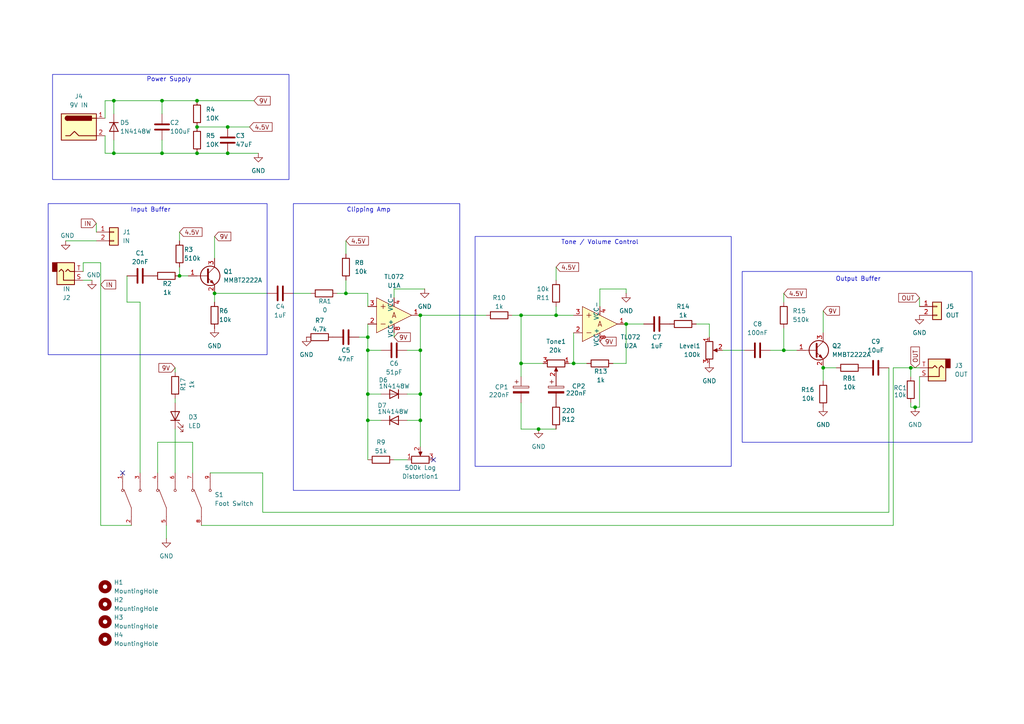
<source format=kicad_sch>
(kicad_sch (version 20250114) (generator "eeschema") (generator_version "9.0")
  (paper "A4")
  (lib_symbols
    (symbol "(3PDT) Footswitch:FS57003PLT2B2M2QE" (pin_names (offset 1.016))
      (property "Reference" "S" (at -2.54 15.24 0))
      (property "Value" "FS57003PLT2B2M2QE" (at -2.54 -15.24 0))
      (symbol "FS57003PLT2B2M2QE_0_0"
        (polyline (pts (xy -2.54 10.16) (xy -5.08 10.16)) (stroke (width 0.1524)))
        (polyline (pts (xy -2.54 10.16) (xy 2.794 12.2936)) (stroke (width 0.1524)))
        (polyline (pts (xy -2.54 0) (xy -5.08 0)) (stroke (width 0.1524)))
        (polyline (pts (xy -2.54 0) (xy 2.794 2.1336)) (stroke (width 0.1524)))
        (polyline (pts (xy -2.54 -10.16) (xy -5.08 -10.16)) (stroke (width 0.1524)))
        (polyline (pts (xy -2.54 -10.16) (xy 2.794 -8.0264)) (stroke (width 0.1524)))
        (circle (center 2.54 12.7) (radius 0.3302) (stroke (width 0.1524)))
        (circle (center 2.54 7.62) (radius 0.3302) (stroke (width 0.1524)))
        (circle (center 2.54 2.54) (radius 0.3302) (stroke (width 0.1524)))
        (circle (center 2.54 -2.54) (radius 0.3302) (stroke (width 0.1524)))
        (circle (center 2.54 -7.62) (radius 0.3302) (stroke (width 0.1524)))
        (circle (center 2.54 -12.7) (radius 0.3302) (stroke (width 0.1524)))
        (polyline (pts (xy 5.08 12.7) (xy 2.921 12.7)) (stroke (width 0.1524)))
        (polyline (pts (xy 5.08 7.62) (xy 2.921 7.62)) (stroke (width 0.1524)))
        (polyline (pts (xy 5.08 2.54) (xy 2.921 2.54)) (stroke (width 0.1524)))
        (polyline (pts (xy 5.08 -2.54) (xy 2.921 -2.54)) (stroke (width 0.1524)))
        (polyline (pts (xy 5.08 -7.62) (xy 2.921 -7.62)) (stroke (width 0.1524)))
        (polyline (pts (xy 5.08 -12.7) (xy 2.921 -12.7)) (stroke (width 0.1524)))
        (pin passive line (at -7.62 10.16 0) (length 2.54) (name "~") (number "2"))
        (pin passive line (at -7.62 0 0) (length 2.54) (name "~") (number "5"))
        (pin passive line (at -7.62 -10.16 0) (length 2.54) (name "~") (number "8"))
        (pin passive line (at 7.62 12.7 180) (length 2.54) (name "~") (number "1"))
        (pin passive line (at 7.62 7.62 180) (length 2.54) (name "~") (number "3"))
        (pin passive line (at 7.62 2.54 180) (length 2.54) (name "~") (number "4"))
        (pin passive line (at 7.62 -2.54 180) (length 2.54) (name "~") (number "6"))
        (pin passive line (at 7.62 -7.62 180) (length 2.54) (name "~") (number "7"))
        (pin passive line (at 7.62 -12.7 180) (length 2.54) (name "~") (number "9"))
      )
    )
    (symbol "Connector:Barrel_Jack" (pin_names (offset 1.016))
      (property "Reference" "J" (at 0 5.334 0))
      (property "Value" "Barrel_Jack" (at 0 -5.08 0))
      (symbol "Barrel_Jack_0_1"
        (rectangle (start -5.08 3.81) (end 5.08 -3.81) (stroke (width 0.254)) (fill (type background)))
        (polyline (pts (xy -3.81 -2.54) (xy -2.54 -2.54) (xy -1.27 -1.27) (xy 0 -2.54) (xy 2.54 -2.54) (xy 5.08 -2.54)) (stroke (width 0.254)))
        (arc (start -3.302 1.905) (mid -3.9343 2.54) (end -3.302 3.175) (stroke (width 0.254)))
        (arc (start -3.302 1.905) (mid -3.9343 2.54) (end -3.302 3.175) (stroke (width 0.254)) (fill (type outline)))
        (rectangle (start 3.683 3.175) (end -3.302 1.905) (stroke (width 0.254)) (fill (type outline)))
        (polyline (pts (xy 5.08 2.54) (xy 3.81 2.54)) (stroke (width 0.254)))
      )
      (symbol "Barrel_Jack_1_1"
        (pin passive line (at 7.62 2.54 180) (length 2.54) (name "~") (number "1"))
        (pin passive line (at 7.62 -2.54 180) (length 2.54) (name "~") (number "2"))
      )
    )
    (symbol "Connector_Audio:AudioJack2"
      (property "Reference" "J" (at 0 8.89 0))
      (property "Value" "AudioJack2" (at 0 6.35 0))
      (symbol "AudioJack2_0_1"
        (rectangle (start -3.81 0) (end -2.54 -2.54) (stroke (width 0.254)) (fill (type outline)))
        (rectangle (start -2.54 3.81) (end 2.54 -2.54) (stroke (width 0.254)) (fill (type background)))
        (polyline (pts (xy 0 0) (xy 0.635 -0.635) (xy 1.27 0) (xy 2.54 0)) (stroke (width 0.254)))
        (polyline (pts (xy 2.54 2.54) (xy -0.635 2.54) (xy -0.635 0) (xy -1.27 -0.635) (xy -1.905 0)) (stroke (width 0.254)))
      )
      (symbol "AudioJack2_1_1"
        (pin passive line (at 5.08 2.54 180) (length 2.54) (name "~") (number "S"))
        (pin passive line (at 5.08 0 180) (length 2.54) (name "~") (number "T"))
      )
    )
    (symbol "Connector_Audio:NJ2FD-V"
      (property "Reference" "J" (at 0 8.89 0))
      (property "Value" "NJ2FD-V" (at 0 6.35 0))
      (symbol "NJ2FD-V_0_1"
        (rectangle (start -3.81 0) (end -2.54 -2.54) (stroke (width 0.254)) (fill (type outline)))
        (rectangle (start -2.54 3.81) (end 2.54 -2.54) (stroke (width 0.254)) (fill (type background)))
        (polyline (pts (xy 0 0) (xy 0.635 -0.635) (xy 1.27 0) (xy 2.54 0)) (stroke (width 0.254)))
        (polyline (pts (xy 2.54 2.54) (xy -0.635 2.54) (xy -0.635 0) (xy -1.27 -0.635) (xy -1.905 0)) (stroke (width 0.254)))
      )
      (symbol "NJ2FD-V_1_1"
        (pin passive line (at 5.08 2.54 180) (length 2.54) (name "~") (number "S"))
        (pin passive line (at 5.08 0 180) (length 2.54) (name "~") (number "T"))
      )
    )
    (symbol "Connector_Generic:Conn_01x02" (pin_names (offset 1.016) (hide yes))
      (property "Reference" "J" (at 0 2.54 0))
      (property "Value" "Conn_01x02" (at 0 -5.08 0))
      (symbol "Conn_01x02_1_1"
        (rectangle (start -1.27 1.27) (end 1.27 -3.81) (stroke (width 0.254)) (fill (type background)))
        (rectangle (start -1.27 0.127) (end 0 -0.127) (stroke (width 0.1524)))
        (rectangle (start -1.27 -2.413) (end 0 -2.667) (stroke (width 0.1524)))
        (pin passive line (at -5.08 0 0) (length 3.81) (name "Pin_1") (number "1"))
        (pin passive line (at -5.08 -2.54 0) (length 3.81) (name "Pin_2") (number "2"))
      )
    )
    (symbol "Device:C" (pin_numbers (hide yes)) (pin_names (offset 0.254))
      (property "Reference" "C" (at 0.635 2.54 0))
      (property "Value" "C" (at 0.635 -2.54 0))
      (symbol "C_0_1"
        (polyline (pts (xy -2.032 0.762) (xy 2.032 0.762)) (stroke (width 0.508)))
        (polyline (pts (xy -2.032 -0.762) (xy 2.032 -0.762)) (stroke (width 0.508)))
      )
      (symbol "C_1_1"
        (pin passive line (at 0 3.81 270) (length 2.794) (name "~") (number "1"))
        (pin passive line (at 0 -3.81 90) (length 2.794) (name "~") (number "2"))
      )
    )
    (symbol "Device:C_Polarized" (pin_numbers (hide yes)) (pin_names (offset 0.254))
      (property "Reference" "C" (at 0.635 2.54 0))
      (property "Value" "C_Polarized" (at 0.635 -2.54 0))
      (symbol "C_Polarized_0_1"
        (rectangle (start -2.286 0.508) (end 2.286 1.016))
        (polyline (pts (xy -1.778 2.286) (xy -0.762 2.286)))
        (polyline (pts (xy -1.27 2.794) (xy -1.27 1.778)))
        (rectangle (start 2.286 -0.508) (end -2.286 -1.016) (fill (type outline)))
      )
      (symbol "C_Polarized_1_1"
        (pin passive line (at 0 3.81 270) (length 2.794) (name "~") (number "1"))
        (pin passive line (at 0 -3.81 90) (length 2.794) (name "~") (number "2"))
      )
    )
    (symbol "Device:LED" (pin_numbers (hide yes)) (pin_names (offset 1.016) (hide yes))
      (property "Reference" "D" (at 0 2.54 0))
      (property "Value" "LED" (at 0 -2.54 0))
      (symbol "LED_0_1"
        (polyline (pts (xy -3.048 -0.762) (xy -4.572 -2.286) (xy -3.81 -2.286) (xy -4.572 -2.286) (xy -4.572 -1.524)))
        (polyline (pts (xy -1.778 -0.762) (xy -3.302 -2.286) (xy -2.54 -2.286) (xy -3.302 -2.286) (xy -3.302 -1.524)))
        (polyline (pts (xy -1.27 0) (xy 1.27 0)))
        (polyline (pts (xy -1.27 -1.27) (xy -1.27 1.27)) (stroke (width 0.254)))
        (polyline (pts (xy 1.27 -1.27) (xy 1.27 1.27) (xy -1.27 0) (xy 1.27 -1.27)) (stroke (width 0.254)))
      )
      (symbol "LED_1_1"
        (pin passive line (at -3.81 0 0) (length 2.54) (name "K") (number "1"))
        (pin passive line (at 3.81 0 180) (length 2.54) (name "A") (number "2"))
      )
    )
    (symbol "Device:R" (pin_numbers (hide yes)) (pin_names (offset 0))
      (property "Reference" "R" (at 2.032 0 90))
      (property "Value" "R" (at 0 0 90))
      (symbol "R_0_1"
        (rectangle (start -1.016 -2.54) (end 1.016 2.54) (stroke (width 0.254)))
      )
      (symbol "R_1_1"
        (pin passive line (at 0 3.81 270) (length 1.27) (name "~") (number "1"))
        (pin passive line (at 0 -3.81 90) (length 1.27) (name "~") (number "2"))
      )
    )
    (symbol "Device:R_Potentiometer" (pin_names (offset 1.016) (hide yes))
      (property "Reference" "RV" (at -4.445 0 90))
      (property "Value" "R_Potentiometer" (at -2.54 0 90))
      (symbol "R_Potentiometer_0_1"
        (rectangle (start 1.016 2.54) (end -1.016 -2.54) (stroke (width 0.254)))
        (polyline (pts (xy 1.143 0) (xy 2.286 0.508) (xy 2.286 -0.508) (xy 1.143 0)) (fill (type outline)))
        (polyline (pts (xy 2.54 0) (xy 1.524 0)))
      )
      (symbol "R_Potentiometer_1_1"
        (pin passive line (at 0 3.81 270) (length 1.27) (name "1") (number "1"))
        (pin passive line (at 0 -3.81 90) (length 1.27) (name "3") (number "3"))
        (pin passive line (at 3.81 0 180) (length 1.27) (name "2") (number "2"))
      )
    )
    (symbol "Diode:1N4148W" (pin_numbers (hide yes)) (pin_names (hide yes))
      (property "Reference" "D" (at 0 2.54 0))
      (property "Value" "1N4148W" (at 0 -2.54 0))
      (symbol "1N4148W_0_1"
        (polyline (pts (xy -1.27 1.27) (xy -1.27 -1.27)) (stroke (width 0.254)))
        (polyline (pts (xy 1.27 1.27) (xy 1.27 -1.27) (xy -1.27 0) (xy 1.27 1.27)) (stroke (width 0.254)))
        (polyline (pts (xy 1.27 0) (xy -1.27 0)))
      )
      (symbol "1N4148W_1_1"
        (pin passive line (at -3.81 0 0) (length 2.54) (name "K") (number "1"))
        (pin passive line (at 3.81 0 180) (length 2.54) (name "A") (number "2"))
      )
    )
    (symbol "Mechanical:MountingHole" (pin_names (offset 1.016)) (in_bom no)
      (property "Reference" "H" (at 0 5.08 0))
      (property "Value" "MountingHole" (at 0 3.175 0))
      (symbol "MountingHole_0_1"
        (circle (center 0 0) (radius 1.27) (stroke (width 1.27)))
      )
    )
    (symbol "Transistor_BJT:MMBT2222A" (pin_names (offset 0) (hide yes))
      (property "Reference" "Q" (at 5.08 1.905 0))
      (property "Value" "MMBT2222A" (at 5.08 0 0))
      (symbol "MMBT2222A_0_1"
        (polyline (pts (xy -2.54 0) (xy 0.635 0)))
        (polyline (pts (xy 0.635 1.905) (xy 0.635 -1.905)) (stroke (width 0.508)))
        (circle (center 1.27 0) (radius 2.8194) (stroke (width 0.254)))
      )
      (symbol "MMBT2222A_1_1"
        (polyline (pts (xy 0.635 0.635) (xy 2.54 2.54)))
        (polyline (pts (xy 0.635 -0.635) (xy 2.54 -2.54)))
        (polyline (pts (xy 1.27 -1.778) (xy 1.778 -1.27) (xy 2.286 -2.286) (xy 1.27 -1.778)) (fill (type outline)))
        (pin input line (at -5.08 0 0) (length 2.54) (name "B") (number "1"))
        (pin passive line (at 2.54 5.08 270) (length 2.54) (name "C") (number "3"))
        (pin passive line (at 2.54 -5.08 90) (length 2.54) (name "E") (number "2"))
      )
    )
    (symbol "dk_Linear-Amplifiers-Instrumentation-OP-Amps-Buffer-Amps:TL072CP" (pin_names (offset 0))
      (property "Reference" "U" (at -5.08 7.62 0))
      (property "Value" "TL072CP" (at 2.54 -5.08 0))
      (symbol "TL072CP_0_0"
        (polyline (pts (xy -5.08 5.08) (xy -5.08 -5.08) (xy 5.08 0) (xy -5.08 5.08)) (fill (type background)))
        (polyline (pts (xy -3.81 2.54) (xy -2.54 2.54)))
        (polyline (pts (xy -3.81 -2.54) (xy -2.54 -2.54)))
        (polyline (pts (xy -3.175 -1.905) (xy -3.175 -3.175)))
      )
      (symbol "TL072CP_1_0"
        (text "A" (at 0 0 0) (effects (font (size 1.524 1.524))))
      )
      (symbol "TL072CP_1_1"
        (pin input line (at -7.62 2.54 0) (length 2.54) (name "~") (number "2"))
        (pin input line (at -7.62 -2.54 0) (length 2.54) (name "~") (number "3"))
        (pin power_in line (at 0 5.08 270) (length 2.54) (name "VCC+") (number "8"))
        (pin power_in line (at 0 -5.08 90) (length 2.54) (name "VCC-") (number "4"))
        (pin output line (at 7.62 0 180) (length 2.54) (name "~") (number "1"))
      )
      (symbol "TL072CP_2_0"
        (text "B" (at 0 0 0) (effects (font (size 1.524 1.524))))
      )
      (symbol "TL072CP_2_1"
        (pin input line (at -7.62 2.54 0) (length 2.54) (name "~") (number "6"))
        (pin input line (at -7.62 -2.54 0) (length 2.54) (name "~") (number "5"))
        (pin power_in line (at 0 5.08 270) (length 2.54) (name "VCC+") (number "8"))
        (pin power_in line (at 0 -5.08 90) (length 2.54) (name "VCC-") (number "4"))
        (pin output line (at 7.62 0 180) (length 2.54) (name "~") (number "7"))
      )
    )
    (symbol "power:GND" (power) (pin_numbers (hide yes)) (pin_names (offset 0) (hide yes))
      (property "Value" "GND" (at 0 -3.81 0))
      (symbol "GND_0_1"
        (polyline (pts (xy 0 0) (xy 0 -1.27) (xy 1.27 -1.27) (xy 0 -2.54) (xy -1.27 -1.27) (xy 0 -1.27)))
      )
      (symbol "GND_1_1"
        (pin power_in line (at 0 0 270) (length 0) (name "~") (number "1"))
      )
    )
  )
  (rectangle (start 13.97 59.055) (end 77.47 102.87))
  (rectangle (start 85.09 59.055) (end 133.35 142.24))
  (rectangle (start 215.265 78.74) (end 281.94 128.27))
  (rectangle (start 15.24 21.59) (end 83.82 52.07))
  (rectangle (start 137.795 68.58) (end 212.09 135.255))
  (text "Clipping Amp" (at 106.934 60.96 0) (effects (font (size 1.27 1.27))))
  (text "Output Buffer" (at 248.92 81.026 0) (effects (font (size 1.27 1.27))))
  (text "Tone / Volume Control" (at 173.99 70.358 0) (effects (font (size 1.27 1.27))))
  (text "Input Buffer" (at 43.688 60.96 0) (effects (font (size 1.27 1.27))))
  (text "Power Supply" (at 49.022 23.114 0) (effects (font (size 1.27 1.27))))
  (junction (at 161.29 91.44))
  (junction (at 57.15 29.21))
  (junction (at 121.92 91.44))
  (junction (at 121.92 114.3))
  (junction (at 181.61 93.98))
  (junction (at 264.16 106.68))
  (junction (at 106.68 97.79))
  (junction (at 100.33 85.09))
  (junction (at 156.21 124.46))
  (junction (at 52.07 80.01))
  (junction (at 57.15 36.83))
  (junction (at 121.92 121.92))
  (junction (at 106.68 121.92))
  (junction (at 66.04 36.83))
  (junction (at 57.15 44.45))
  (junction (at 33.02 29.21))
  (junction (at 121.92 101.6))
  (junction (at 106.68 101.6))
  (junction (at 166.37 105.41))
  (junction (at 151.13 105.41))
  (junction (at 46.99 44.45))
  (junction (at 62.23 85.09))
  (junction (at 227.33 101.6))
  (junction (at 33.02 44.45))
  (junction (at 265.43 118.11))
  (junction (at 151.13 91.44))
  (junction (at 66.04 44.45))
  (junction (at 238.76 106.68))
  (junction (at 46.99 29.21))
  (junction (at 106.68 114.3))
  (no_connect (at 35.56 137.16))
  (no_connect (at 125.73 133.35))
  (wire (pts (xy 46.99 29.21) (xy 57.15 29.21)))
  (wire (pts (xy 30.48 44.45) (xy 33.02 44.45)))
  (wire (pts (xy 33.02 29.21) (xy 33.02 33.02)))
  (wire (pts (xy 62.23 85.09) (xy 77.47 85.09)))
  (wire (pts (xy 48.26 152.4) (xy 48.26 156.21)))
  (wire (pts (xy 209.55 101.6) (xy 215.9 101.6)))
  (wire (pts (xy 265.43 118.11) (xy 264.16 118.11)))
  (wire (pts (xy 259.08 106.68) (xy 264.16 106.68)))
  (wire (pts (xy 66.04 36.83) (xy 72.39 36.83)))
  (wire (pts (xy 110.49 121.92) (xy 106.68 121.92)))
  (wire (pts (xy 54.61 80.01) (xy 52.07 80.01)))
  (wire (pts (xy 148.59 91.44) (xy 151.13 91.44)))
  (wire (pts (xy 151.13 116.84) (xy 151.13 124.46)))
  (wire (pts (xy 40.64 87.63) (xy 36.83 87.63)))
  (wire (pts (xy 46.99 29.21) (xy 46.99 33.02)))
  (wire (pts (xy 19.05 69.85) (xy 27.94 69.85)))
  (wire (pts (xy 123.19 83.82) (xy 114.3 83.82)))
  (wire (pts (xy 62.23 85.09) (xy 62.23 87.63)))
  (wire (pts (xy 106.68 93.98) (xy 106.68 97.79)))
  (wire (pts (xy 118.11 121.92) (xy 121.92 121.92)))
  (wire (pts (xy 106.68 114.3) (xy 106.68 101.6)))
  (wire (pts (xy 52.07 77.47) (xy 52.07 80.01)))
  (wire (pts (xy 157.48 105.41) (xy 151.13 105.41)))
  (wire (pts (xy 30.48 29.21) (xy 33.02 29.21)))
  (wire (pts (xy 106.68 121.92) (xy 106.68 114.3)))
  (wire (pts (xy 33.02 40.64) (xy 33.02 44.45)))
  (wire (pts (xy 227.33 101.6) (xy 231.14 101.6)))
  (wire (pts (xy 114.3 97.79) (xy 114.3 96.52)))
  (wire (pts (xy 227.33 85.09) (xy 227.33 87.63)))
  (wire (pts (xy 30.48 29.21) (xy 30.48 34.29)))
  (wire (pts (xy 205.74 93.98) (xy 201.93 93.98)))
  (wire (pts (xy 36.83 80.01) (xy 36.83 87.63)))
  (wire (pts (xy 114.3 133.35) (xy 118.11 133.35)))
  (wire (pts (xy 266.7 86.36) (xy 266.7 88.9)))
  (wire (pts (xy 27.94 64.77) (xy 27.94 67.31)))
  (wire (pts (xy 173.99 83.82) (xy 181.61 83.82)))
  (wire (pts (xy 205.74 97.79) (xy 205.74 93.98)))
  (wire (pts (xy 166.37 105.41) (xy 170.18 105.41)))
  (wire (pts (xy 118.11 101.6) (xy 121.92 101.6)))
  (wire (pts (xy 264.16 109.22) (xy 264.16 106.68)))
  (wire (pts (xy 85.09 85.09) (xy 90.17 85.09)))
  (wire (pts (xy 52.07 67.31) (xy 52.07 69.85)))
  (wire (pts (xy 57.15 36.83) (xy 66.04 36.83)))
  (wire (pts (xy 238.76 106.68) (xy 242.57 106.68)))
  (wire (pts (xy 161.29 88.9) (xy 161.29 91.44)))
  (wire (pts (xy 106.68 101.6) (xy 106.68 97.79)))
  (wire (pts (xy 118.11 114.3) (xy 121.92 114.3)))
  (wire (pts (xy 264.16 106.68) (xy 266.7 106.68)))
  (wire (pts (xy 238.76 90.17) (xy 238.76 96.52)))
  (wire (pts (xy 45.72 128.27) (xy 55.88 128.27)))
  (wire (pts (xy 30.48 39.37) (xy 30.48 44.45)))
  (wire (pts (xy 177.8 105.41) (xy 181.61 105.41)))
  (wire (pts (xy 60.96 137.16) (xy 76.2 137.16)))
  (wire (pts (xy 121.92 91.44) (xy 140.97 91.44)))
  (wire (pts (xy 181.61 93.98) (xy 186.69 93.98)))
  (wire (pts (xy 151.13 105.41) (xy 151.13 91.44)))
  (wire (pts (xy 40.64 137.16) (xy 40.64 87.63)))
  (wire (pts (xy 100.33 69.85) (xy 100.33 73.66)))
  (wire (pts (xy 24.13 76.2) (xy 29.21 76.2)))
  (wire (pts (xy 100.33 85.09) (xy 106.68 85.09)))
  (wire (pts (xy 50.8 115.57) (xy 50.8 116.84)))
  (wire (pts (xy 110.49 114.3) (xy 106.68 114.3)))
  (wire (pts (xy 156.21 124.46) (xy 161.29 124.46)))
  (wire (pts (xy 46.99 44.45) (xy 57.15 44.45)))
  (wire (pts (xy 29.21 76.2) (xy 29.21 152.4)))
  (wire (pts (xy 257.81 148.59) (xy 76.2 148.59)))
  (wire (pts (xy 266.7 118.11) (xy 265.43 118.11)))
  (wire (pts (xy 266.7 109.22) (xy 266.7 118.11)))
  (wire (pts (xy 57.15 44.45) (xy 66.04 44.45)))
  (wire (pts (xy 58.42 152.4) (xy 259.08 152.4)))
  (wire (pts (xy 257.81 106.68) (xy 257.81 148.59)))
  (wire (pts (xy 238.76 110.49) (xy 238.76 106.68)))
  (wire (pts (xy 33.02 29.21) (xy 46.99 29.21)))
  (wire (pts (xy 161.29 91.44) (xy 166.37 91.44)))
  (wire (pts (xy 181.61 105.41) (xy 181.61 93.98)))
  (wire (pts (xy 50.8 106.68) (xy 50.8 107.95)))
  (wire (pts (xy 29.21 152.4) (xy 38.1 152.4)))
  (wire (pts (xy 57.15 29.21) (xy 73.66 29.21)))
  (wire (pts (xy 151.13 109.22) (xy 151.13 105.41)))
  (wire (pts (xy 46.99 40.64) (xy 46.99 44.45)))
  (wire (pts (xy 106.68 121.92) (xy 106.68 133.35)))
  (wire (pts (xy 121.92 101.6) (xy 121.92 91.44)))
  (wire (pts (xy 264.16 118.11) (xy 264.16 116.84)))
  (wire (pts (xy 173.99 88.9) (xy 173.99 83.82)))
  (wire (pts (xy 259.08 106.68) (xy 259.08 152.4)))
  (wire (pts (xy 227.33 95.25) (xy 227.33 101.6)))
  (wire (pts (xy 166.37 96.52) (xy 166.37 105.41)))
  (wire (pts (xy 66.04 44.45) (xy 74.93 44.45)))
  (wire (pts (xy 181.61 83.82) (xy 181.61 85.09)))
  (wire (pts (xy 33.02 44.45) (xy 46.99 44.45)))
  (wire (pts (xy 110.49 101.6) (xy 106.68 101.6)))
  (wire (pts (xy 121.92 114.3) (xy 121.92 101.6)))
  (wire (pts (xy 121.92 121.92) (xy 121.92 129.54)))
  (wire (pts (xy 50.8 124.46) (xy 50.8 137.16)))
  (wire (pts (xy 151.13 124.46) (xy 156.21 124.46)))
  (wire (pts (xy 100.33 81.28) (xy 100.33 85.09)))
  (wire (pts (xy 76.2 148.59) (xy 76.2 137.16)))
  (wire (pts (xy 24.13 81.28) (xy 26.67 81.28)))
  (wire (pts (xy 165.1 105.41) (xy 166.37 105.41)))
  (wire (pts (xy 55.88 128.27) (xy 55.88 137.16)))
  (wire (pts (xy 106.68 97.79) (xy 104.14 97.79)))
  (wire (pts (xy 121.92 121.92) (xy 121.92 114.3)))
  (wire (pts (xy 62.23 68.58) (xy 62.23 74.93)))
  (wire (pts (xy 45.72 137.16) (xy 45.72 128.27)))
  (wire (pts (xy 97.79 85.09) (xy 100.33 85.09)))
  (wire (pts (xy 24.13 78.74) (xy 24.13 76.2)))
  (wire (pts (xy 114.3 83.82) (xy 114.3 86.36)))
  (wire (pts (xy 161.29 77.47) (xy 161.29 81.28)))
  (wire (pts (xy 151.13 91.44) (xy 161.29 91.44)))
  (wire (pts (xy 223.52 101.6) (xy 227.33 101.6)))
  (wire (pts (xy 106.68 85.09) (xy 106.68 88.9)))
  (global_label "OUT" (shape input) (at 265.43 106.68 90) (property "Intersheetrefs" "${INTERSHEET_REFS}" (effects (hide yes))))
  (global_label "IN" (shape input) (at 27.94 64.77 180) (property "Intersheetrefs" "${INTERSHEET_REFS}" (effects (hide yes))))
  (global_label "OUT" (shape input) (at 266.7 86.36 180) (property "Intersheetrefs" "${INTERSHEET_REFS}" (effects (hide yes))))
  (global_label "9V" (shape input) (at 73.66 29.21 0) (property "Intersheetrefs" "${INTERSHEET_REFS}" (effects (hide yes))))
  (global_label "4.5V" (shape input) (at 100.33 69.85 0) (property "Intersheetrefs" "${INTERSHEET_REFS}" (effects (hide yes))))
  (global_label "4.5V" (shape input) (at 227.33 85.09 0) (property "Intersheetrefs" "${INTERSHEET_REFS}" (effects (hide yes))))
  (global_label "9V" (shape input) (at 173.99 99.06 0) (property "Intersheetrefs" "${INTERSHEET_REFS}" (effects (hide yes))))
  (global_label "9V" (shape input) (at 114.3 97.79 0) (property "Intersheetrefs" "${INTERSHEET_REFS}" (effects (hide yes))))
  (global_label "IN" (shape input) (at 29.21 82.55 0) (property "Intersheetrefs" "${INTERSHEET_REFS}" (effects (hide yes))))
  (global_label "9V" (shape input) (at 238.76 90.17 0) (property "Intersheetrefs" "${INTERSHEET_REFS}" (effects (hide yes))))
  (global_label "4.5V" (shape input) (at 52.07 67.31 0) (property "Intersheetrefs" "${INTERSHEET_REFS}" (effects (hide yes))))
  (global_label "4.5V" (shape input) (at 72.39 36.83 0) (property "Intersheetrefs" "${INTERSHEET_REFS}" (effects (hide yes))))
  (global_label "9V" (shape input) (at 62.23 68.58 0) (property "Intersheetrefs" "${INTERSHEET_REFS}" (effects (hide yes))))
  (global_label "9V" (shape input) (at 50.8 106.68 180) (property "Intersheetrefs" "${INTERSHEET_REFS}" (effects (hide yes))))
  (global_label "4.5V" (shape input) (at 161.29 77.47 0) (property "Intersheetrefs" "${INTERSHEET_REFS}" (effects (hide yes))))
  (symbol (lib_id "Device:R") (at 110.49 133.35 90) (unit 1)
    (property "Reference" "R9" (at 110.49 128.27 90))
    (property "Value" "51k" (at 110.49 130.81 90))
    (property "Footprint" "Resistor_SMD:R_0603_1608Metric" (effects (hide yes)))
    (property "Description" "Resistor" (effects (hide yes)))
  )
  (symbol (lib_id "Device:R") (at 246.38 106.68 270) (mirror x) (unit 1)
    (property "Reference" "RB1" (at 246.38 109.728 90))
    (property "Value" "10k" (at 246.38 112.268 90))
    (property "Footprint" "Resistor_SMD:R_0603_1608Metric" (effects (hide yes)))
    (property "Description" "Resistor" (effects (hide yes)))
  )
  (symbol (lib_id "Connector:Barrel_Jack") (at 22.86 36.83 0) (unit 1)
    (property "Reference" "J4" (at 22.86 27.94 0))
    (property "Value" "9V IN" (at 22.86 30.48 0))
    (property "Footprint" "Connector_BarrelJack:BarrelJack_CUI_PJ-063AH_Horizontal" (effects (hide yes)))
    (property "Description" "DC Barrel Jack" (effects (hide yes)))
  )
  (symbol (lib_id "Connector_Generic:Conn_01x02") (at 33.02 67.31 0) (unit 1)
    (property "Reference" "J1" (at 35.56 67.3099 0) (effects (justify left)))
    (property "Value" "IN" (at 35.56 69.8499 0) (effects (justify left)))
    (property "Footprint" "Connector_Wire:SolderWire-0.25sqmm_1x02_P4.2mm_D0.65mm_OD1.7mm" (effects (hide yes)))
    (property "Description" "Generic connector, single row, 01x02, script generated (kicad-library-utils/schlib/autogen/connector/)" (effects (hide yes)))
  )
  (symbol (lib_id "Diode:1N4148W") (at 33.02 36.83 270) (unit 1)
    (property "Reference" "D5" (at 34.798 35.56 90) (effects (justify left)))
    (property "Value" "1N4148W" (at 34.798 38.1 90) (effects (justify left)))
    (property "Footprint" "Diode_SMD:D_SOD-123" (effects (hide yes)))
    (property "Datasheet" "https://www.vishay.com/docs/85748/1n4148w.pdf" (effects (hide yes)))
    (property "Description" "75V 0.15A Fast Switching Diode, SOD-123" (effects (hide yes)))
    (property "Sim.Device" "D" (effects (hide yes)))
    (property "Sim.Pins" "1=K 2=A" (effects (hide yes)))
  )
  (symbol (lib_id "Device:R") (at 57.15 33.02 0) (unit 1)
    (property "Reference" "R4" (at 59.69 31.7499 0) (effects (justify left)))
    (property "Value" "10K" (at 59.69 34.2899 0) (effects (justify left)))
    (property "Footprint" "Resistor_SMD:R_0603_1608Metric" (effects (hide yes)))
    (property "Description" "Resistor" (effects (hide yes)))
  )
  (symbol (lib_id "Device:R") (at 52.07 73.66 180) (unit 1)
    (property "Reference" "R3" (at 53.34 72.39 0) (effects (justify right)))
    (property "Value" "510k" (at 53.34 74.93 0) (effects (justify right)))
    (property "Footprint" "Resistor_SMD:R_0603_1608Metric" (effects (hide yes)))
    (property "Description" "Resistor" (effects (hide yes)))
  )
  (symbol (lib_id "Device:R") (at 144.78 91.44 90) (unit 1)
    (property "Reference" "R10" (at 144.78 86.36 90))
    (property "Value" "1k" (at 144.78 88.9 90))
    (property "Footprint" "Resistor_SMD:R_0603_1608Metric" (effects (hide yes)))
    (property "Description" "Resistor" (effects (hide yes)))
  )
  (symbol (lib_id "Device:R") (at 57.15 40.64 0) (unit 1)
    (property "Reference" "R5" (at 59.69 39.3699 0) (effects (justify left)))
    (property "Value" "10K" (at 59.69 41.9099 0) (effects (justify left)))
    (property "Footprint" "Resistor_SMD:R_0603_1608Metric" (effects (hide yes)))
    (property "Description" "Resistor" (effects (hide yes)))
  )
  (symbol (lib_id "dk_Linear-Amplifiers-Instrumentation-OP-Amps-Buffer-Amps:TL072CP") (at 114.3 91.44 0) (mirror x) (unit 1)
    (property "Reference" "U1" (at 114.3 82.804 0))
    (property "Value" "TL072" (at 114.3 80.264 0))
    (property "Footprint" "Package_SO:SOIC-8_3.9x4.9mm_P1.27mm" (effects (hide yes)))
    (property "Datasheet" "http://www.ti.com/general/docs/suppproductinfo.tsp?distId=10&gotoUrl=http%3A%2F%2Fwww.ti.com%2Flit%2Fgpn%2Ftl071a" (effects (hide yes)))
    (property "Description" "IC OPAMP JFET 2 CIRCUIT 8DIP" (effects (hide yes)))
    (property "Digi-Key_PN" "296-1775-5-ND" (effects (hide yes)))
    (property "MPN" "TL072CP" (effects (hide yes)))
    (property "Category" "Integrated Circuits (ICs)" (effects (hide yes)))
    (property "Family" "Linear - Amplifiers - Instrumentation, OP Amps, Buffer Amps" (effects (hide yes)))
    (property "DK_Datasheet_Link" "http://www.ti.com/general/docs/suppproductinfo.tsp?distId=10&gotoUrl=http%3A%2F%2Fwww.ti.com%2Flit%2Fgpn%2Ftl071a" (effects (hide yes)))
    (property "DK_Detail_Page" "/product-detail/en/texas-instruments/TL072CP/296-1775-5-ND/277421" (effects (hide yes)))
    (property "Description_1" "IC OPAMP JFET 2 CIRCUIT 8DIP" (effects (hide yes)))
    (property "Manufacturer" "Texas Instruments" (effects (hide yes)))
    (property "Status" "Active" (effects (hide yes)))
  )
  (symbol (lib_id "Device:R") (at 92.71 97.79 90) (unit 1)
    (property "Reference" "R7" (at 92.71 92.964 90))
    (property "Value" "4.7k" (at 92.71 95.504 90))
    (property "Footprint" "Resistor_SMD:R_0603_1608Metric" (effects (hide yes)))
    (property "Description" "Resistor" (effects (hide yes)))
  )
  (symbol (lib_id "Device:C") (at 40.64 80.01 90) (unit 1)
    (property "Reference" "C1" (at 40.64 73.406 90))
    (property "Value" "20nF" (at 40.64 75.946 90))
    (property "Footprint" "Capacitor_SMD:C_0603_1608Metric" (effects (hide yes)))
    (property "Description" "Unpolarized capacitor" (effects (hide yes)))
  )
  (symbol (lib_id "power:GND") (at 265.43 118.11 0) (unit 1)
    (property "Reference" "#PWR07" (effects (hide yes)))
    (property "Value" "GND" (at 265.43 123.19 0))
    (property "Description" "Power symbol creates a global label with name \"GND\" , ground" (effects (hide yes)))
  )
  (symbol (lib_id "Device:R") (at 161.29 85.09 180) (unit 1)
    (property "Reference" "R11" (at 157.48 86.36 0))
    (property "Value" "10k" (at 157.48 83.82 0))
    (property "Footprint" "Resistor_SMD:R_0603_1608Metric" (effects (hide yes)))
    (property "Description" "Resistor" (effects (hide yes)))
  )
  (symbol (lib_id "Device:R") (at 238.76 114.3 0) (mirror y) (unit 1)
    (property "Reference" "R16" (at 236.22 113.0299 0) (effects (justify left)))
    (property "Value" "10k" (at 236.22 115.5699 0) (effects (justify left)))
    (property "Footprint" "Resistor_SMD:R_0603_1608Metric" (effects (hide yes)))
    (property "Description" "Resistor" (effects (hide yes)))
  )
  (symbol (lib_id "Device:C") (at 219.71 101.6 90) (unit 1)
    (property "Reference" "C8" (at 219.71 93.98 90))
    (property "Value" "100nF" (at 219.71 96.52 90))
    (property "Footprint" "Capacitor_SMD:C_0603_1608Metric" (effects (hide yes)))
    (property "Description" "Unpolarized capacitor" (effects (hide yes)))
  )
  (symbol (lib_id "Device:R_Potentiometer") (at 161.29 105.41 270) (unit 1)
    (property "Reference" "Tone1" (at 161.29 99.06 90))
    (property "Value" "20k" (at 161.036 101.6 90))
    (property "Footprint" "digikey-footprints:Potentiometer_P120PK-Y25BR10K" (effects (hide yes)))
    (property "Description" "Potentiometer" (effects (hide yes)))
  )
  (symbol (lib_id "dk_Linear-Amplifiers-Instrumentation-OP-Amps-Buffer-Amps:TL072CP") (at 173.99 93.98 0) (mirror x) (unit 1)
    (property "Reference" "U2" (at 182.88 100.2986 0))
    (property "Value" "TL072" (at 182.88 97.7586 0))
    (property "Footprint" "Package_SO:SOIC-8_3.9x4.9mm_P1.27mm" (effects (hide yes)))
    (property "Datasheet" "http://www.ti.com/general/docs/suppproductinfo.tsp?distId=10&gotoUrl=http%3A%2F%2Fwww.ti.com%2Flit%2Fgpn%2Ftl071a" (effects (hide yes)))
    (property "Description" "IC OPAMP JFET 2 CIRCUIT 8DIP" (effects (hide yes)))
    (property "Digi-Key_PN" "296-1775-5-ND" (effects (hide yes)))
    (property "MPN" "TL072CP" (effects (hide yes)))
    (property "Category" "Integrated Circuits (ICs)" (effects (hide yes)))
    (property "Family" "Linear - Amplifiers - Instrumentation, OP Amps, Buffer Amps" (effects (hide yes)))
    (property "DK_Datasheet_Link" "http://www.ti.com/general/docs/suppproductinfo.tsp?distId=10&gotoUrl=http%3A%2F%2Fwww.ti.com%2Flit%2Fgpn%2Ftl071a" (effects (hide yes)))
    (property "DK_Detail_Page" "/product-detail/en/texas-instruments/TL072CP/296-1775-5-ND/277421" (effects (hide yes)))
    (property "Description_1" "IC OPAMP JFET 2 CIRCUIT 8DIP" (effects (hide yes)))
    (property "Manufacturer" "Texas Instruments" (effects (hide yes)))
    (property "Status" "Active" (effects (hide yes)))
  )
  (symbol (lib_id "Device:R") (at 93.98 85.09 90) (unit 1) (in_bom no)
    (property "Reference" "RA1" (at 94.234 87.376 90))
    (property "Value" "0" (at 94.234 89.916 90))
    (property "Footprint" "Jumper:SolderJumper-2_P1.3mm_Open_Pad1.0x1.5mm" (effects (hide yes)))
    (property "Description" "Resistor" (effects (hide yes)))
  )
  (symbol (lib_id "Device:R") (at 100.33 77.47 0) (unit 1)
    (property "Reference" "R8" (at 102.87 76.1999 0) (effects (justify left)))
    (property "Value" "10k" (at 102.87 78.7399 0) (effects (justify left)))
    (property "Footprint" "Resistor_SMD:R_0603_1608Metric" (effects (hide yes)))
    (property "Description" "Resistor" (effects (hide yes)))
  )
  (symbol (lib_id "Diode:1N4148W") (at 114.3 121.92 0) (unit 1)
    (property "Reference" "D7" (at 109.474 117.602 0) (effects (justify left)))
    (property "Value" "1N4148W" (at 109.474 119.38 0) (effects (justify left)))
    (property "Footprint" "Diode_SMD:D_SOD-123" (effects (hide yes)))
    (property "Datasheet" "https://www.vishay.com/docs/85748/1n4148w.pdf" (effects (hide yes)))
    (property "Description" "75V 0.15A Fast Switching Diode, SOD-123" (effects (hide yes)))
    (property "Sim.Device" "D" (effects (hide yes)))
    (property "Sim.Pins" "1=K 2=A" (effects (hide yes)))
  )
  (symbol (lib_id "power:GND") (at 181.61 85.09 0) (unit 1)
    (property "Reference" "#PWR010" (effects (hide yes)))
    (property "Value" "GND" (at 181.61 90.17 0))
    (property "Description" "Power symbol creates a global label with name \"GND\" , ground" (effects (hide yes)))
  )
  (symbol (lib_id "Device:R") (at 62.23 91.44 180) (unit 1)
    (property "Reference" "R6" (at 63.5 90.17 0) (effects (justify right)))
    (property "Value" "10k" (at 63.5 92.71 0) (effects (justify right)))
    (property "Footprint" "Resistor_SMD:R_0603_1608Metric" (effects (hide yes)))
    (property "Description" "Resistor" (effects (hide yes)))
  )
  (symbol (lib_id "power:GND") (at 238.76 118.11 0) (unit 1)
    (property "Reference" "#PWR06" (effects (hide yes)))
    (property "Value" "GND" (at 238.76 123.19 0))
    (property "Description" "Power symbol creates a global label with name \"GND\" , ground" (effects (hide yes)))
  )
  (symbol (lib_id "power:GND") (at 266.7 91.44 0) (unit 1)
    (property "Reference" "#PWR013" (effects (hide yes)))
    (property "Value" "GND" (at 266.7 96.52 0))
    (property "Description" "Power symbol creates a global label with name \"GND\" , ground" (effects (hide yes)))
  )
  (symbol (lib_id "Diode:1N4148W") (at 114.3 114.3 180) (unit 1)
    (property "Reference" "D6" (at 112.522 110.236 0) (effects (justify left)))
    (property "Value" "1N4148W" (at 118.872 112.014 0) (effects (justify left)))
    (property "Footprint" "Diode_SMD:D_SOD-123" (effects (hide yes)))
    (property "Datasheet" "https://www.vishay.com/docs/85748/1n4148w.pdf" (effects (hide yes)))
    (property "Description" "75V 0.15A Fast Switching Diode, SOD-123" (effects (hide yes)))
    (property "Sim.Device" "D" (effects (hide yes)))
    (property "Sim.Pins" "1=K 2=A" (effects (hide yes)))
  )
  (symbol (lib_id "Device:R") (at 161.29 120.65 180) (unit 1)
    (property "Reference" "R12" (at 164.846 121.666 0))
    (property "Value" "220" (at 164.846 119.126 0))
    (property "Footprint" "Resistor_SMD:R_0603_1608Metric" (effects (hide yes)))
    (property "Description" "Resistor" (effects (hide yes)))
  )
  (symbol (lib_id "Device:R") (at 198.12 93.98 90) (unit 1)
    (property "Reference" "R14" (at 198.12 88.9 90))
    (property "Value" "1k" (at 198.12 91.44 90))
    (property "Footprint" "Resistor_SMD:R_0603_1608Metric" (effects (hide yes)))
    (property "Description" "Resistor" (effects (hide yes)))
  )
  (symbol (lib_id "Device:C") (at 66.04 40.64 0) (unit 1)
    (property "Reference" "C3" (at 68.326 39.37 0) (effects (justify left)))
    (property "Value" "47uF" (at 68.326 41.91 0) (effects (justify left)))
    (property "Footprint" "Capacitor_SMD:C_0805_2012Metric" (effects (hide yes)))
    (property "Description" "Unpolarized capacitor" (effects (hide yes)))
  )
  (symbol (lib_id "power:GND") (at 88.9 97.79 0) (unit 1)
    (property "Reference" "#PWR03" (effects (hide yes)))
    (property "Value" "GND" (at 88.9 102.87 0))
    (property "Description" "Power symbol creates a global label with name \"GND\" , ground" (effects (hide yes)))
  )
  (symbol (lib_id "Device:C") (at 190.5 93.98 90) (unit 1)
    (property "Reference" "C7" (at 190.5 97.79 90))
    (property "Value" "1uF" (at 190.5 100.33 90))
    (property "Footprint" "Capacitor_SMD:C_0603_1608Metric" (effects (hide yes)))
    (property "Description" "Unpolarized capacitor" (effects (hide yes)))
  )
  (symbol (lib_id "Device:R") (at 50.8 111.76 180) (unit 1)
    (property "Reference" "R17" (at 53.086 111.506 90))
    (property "Value" "1k" (at 55.626 111.506 90))
    (property "Footprint" "Resistor_SMD:R_0603_1608Metric" (effects (hide yes)))
    (property "Description" "Resistor" (effects (hide yes)))
  )
  (symbol (lib_id "power:GND") (at 19.05 69.85 0) (unit 1)
    (property "Reference" "#PWR012" (effects (hide yes)))
    (property "Value" "GND" (at 19.558 68.326 0))
    (property "Description" "Power symbol creates a global label with name \"GND\" , ground" (effects (hide yes)))
  )
  (symbol (lib_id "Device:R") (at 173.99 105.41 90) (unit 1)
    (property "Reference" "R13" (at 174.244 107.696 90))
    (property "Value" "1k" (at 174.244 110.236 90))
    (property "Footprint" "Resistor_SMD:R_0603_1608Metric" (effects (hide yes)))
    (property "Description" "Resistor" (effects (hide yes)))
  )
  (symbol (lib_id "Mechanical:MountingHole") (at 30.48 180.34 0) (unit 1) (in_bom no)
    (property "Reference" "H3" (at 33.02 179.0699 0) (effects (justify left)))
    (property "Value" "MountingHole" (at 33.02 181.6099 0) (effects (justify left)))
    (property "Footprint" "MountingHole:MountingHole_3.2mm_M3_Pad_Via" (effects (hide yes)))
    (property "Description" "Mounting Hole without connection" (effects (hide yes)))
  )
  (symbol (lib_id "Device:C") (at 46.99 36.83 0) (unit 1)
    (property "Reference" "C2" (at 49.276 35.56 0) (effects (justify left)))
    (property "Value" "100uF" (at 49.276 38.1 0) (effects (justify left)))
    (property "Footprint" "Capacitor_SMD:C_1206_3216Metric" (effects (hide yes)))
    (property "Description" "Unpolarized capacitor" (effects (hide yes)))
  )
  (symbol (lib_id "Device:C") (at 254 106.68 90) (unit 1)
    (property "Reference" "C9" (at 254 99.06 90))
    (property "Value" "10uF" (at 254 101.6 90))
    (property "Footprint" "Capacitor_SMD:C_0603_1608Metric" (effects (hide yes)))
    (property "Description" "Unpolarized capacitor" (effects (hide yes)))
  )
  (symbol (lib_id "Mechanical:MountingHole") (at 30.48 175.26 0) (unit 1) (in_bom no)
    (property "Reference" "H2" (at 33.02 173.9899 0) (effects (justify left)))
    (property "Value" "MountingHole" (at 33.02 176.5299 0) (effects (justify left)))
    (property "Footprint" "MountingHole:MountingHole_3.2mm_M3_Pad_Via" (effects (hide yes)))
    (property "Description" "Mounting Hole without connection" (effects (hide yes)))
  )
  (symbol (lib_id "Device:R") (at 227.33 91.44 0) (unit 1)
    (property "Reference" "R15" (at 229.87 90.1699 0) (effects (justify left)))
    (property "Value" "510k" (at 229.87 92.7099 0) (effects (justify left)))
    (property "Footprint" "Resistor_SMD:R_0603_1608Metric" (effects (hide yes)))
    (property "Description" "Resistor" (effects (hide yes)))
  )
  (symbol (lib_id "(3PDT) Footswitch:FS57003PLT2B2M2QE") (at 48.26 144.78 90) (unit 1)
    (property "Reference" "S1" (at 62.23 143.5099 90) (effects (justify right)))
    (property "Value" "Foot Switch" (at 62.23 146.0499 90) (effects (justify right)))
    (property "Footprint" "FS57003PLT2B2M2QE:SW_FS57003PLT2B2M2QE" (effects (hide yes)))
    (property "PARTREV" "4.2.2018" (effects (hide yes)))
    (property "STANDARD" "Manufacturer Recommendations" (effects (hide yes)))
    (property "SNAPEDA_PN" "FS57003PLT2B2M2QE" (effects (hide yes)))
    (property "MAXIMUM_PACKAGE_HEIGHT" "38.2mm" (effects (hide yes)))
    (property "MANUFACTURER" "E-Switch" (effects (hide yes)))
  )
  (symbol (lib_id "Device:R") (at 48.26 80.01 90) (unit 1)
    (property "Reference" "R2" (at 48.514 82.296 90))
    (property "Value" "1k" (at 48.514 84.836 90))
    (property "Footprint" "Resistor_SMD:R_0603_1608Metric" (effects (hide yes)))
    (property "Description" "Resistor" (effects (hide yes)))
  )
  (symbol (lib_id "power:GND") (at 123.19 83.82 0) (unit 1)
    (property "Reference" "#PWR09" (effects (hide yes)))
    (property "Value" "GND" (at 123.19 88.9 0))
    (property "Description" "Power symbol creates a global label with name \"GND\" , ground" (effects (hide yes)))
  )
  (symbol (lib_id "power:GND") (at 74.93 44.45 0) (unit 1)
    (property "Reference" "#PWR08" (effects (hide yes)))
    (property "Value" "GND" (at 74.93 49.53 0))
    (property "Description" "Power symbol creates a global label with name \"GND\" , ground" (effects (hide yes)))
  )
  (symbol (lib_id "Device:R") (at 264.16 113.03 0) (mirror y) (unit 1)
    (property "Reference" "RC1" (at 261.112 112.522 0))
    (property "Value" "10k" (at 261.112 114.554 0))
    (property "Footprint" "Resistor_SMD:R_0603_1608Metric" (effects (hide yes)))
    (property "Description" "Resistor" (effects (hide yes)))
  )
  (symbol (lib_id "Device:R_Potentiometer") (at 121.92 133.35 90) (unit 1)
    (property "Reference" "Distortion1" (at 121.92 138.176 90))
    (property "Value" "500k Log" (at 121.92 135.636 90))
    (property "Footprint" "Rotary_Encoder:RotaryEncoder_Bourns_Vertical_PEC12R-3x17F-Nxxxx" (effects (hide yes)))
    (property "Description" "Potentiometer" (effects (hide yes)))
  )
  (symbol (lib_id "Device:C_Polarized") (at 151.13 113.03 0) (unit 1)
    (property "Reference" "CP1" (at 143.51 112.268 0) (effects (justify left)))
    (property "Value" "220nF" (at 141.732 114.554 0) (effects (justify left)))
    (property "Footprint" "Capacitor_SMD:C_0603_1608Metric" (effects (hide yes)))
    (property "Description" "Polarized capacitor" (effects (hide yes)))
  )
  (symbol (lib_id "Device:LED") (at 50.8 120.65 90) (unit 1)
    (property "Reference" "D3" (at 54.61 120.9674 90) (effects (justify right)))
    (property "Value" "LED" (at 54.61 123.5074 90) (effects (justify right)))
    (property "Footprint" "LED_SMD:LED_0603_1608Metric" (effects (hide yes)))
    (property "Description" "Light emitting diode" (effects (hide yes)))
  )
  (symbol (lib_id "power:GND") (at 48.26 156.21 0) (unit 1)
    (property "Reference" "#PWR011" (effects (hide yes)))
    (property "Value" "GND" (at 48.26 161.29 0))
    (property "Description" "Power symbol creates a global label with name \"GND\" , ground" (effects (hide yes)))
  )
  (symbol (lib_id "Device:C") (at 81.28 85.09 90) (unit 1)
    (property "Reference" "C4" (at 81.28 88.9 90))
    (property "Value" "1uF" (at 81.28 91.44 90))
    (property "Footprint" "Capacitor_SMD:C_0603_1608Metric" (effects (hide yes)))
    (property "Description" "Unpolarized capacitor" (effects (hide yes)))
  )
  (symbol (lib_id "Mechanical:MountingHole") (at 30.48 170.18 0) (unit 1) (in_bom no)
    (property "Reference" "H1" (at 33.02 168.9099 0) (effects (justify left)))
    (property "Value" "MountingHole" (at 33.02 171.4499 0) (effects (justify left)))
    (property "Footprint" "MountingHole:MountingHole_3.2mm_M3_Pad_Via" (effects (hide yes)))
    (property "Description" "Mounting Hole without connection" (effects (hide yes)))
  )
  (symbol (lib_id "Connector_Generic:Conn_01x02") (at 271.78 88.9 0) (unit 1)
    (property "Reference" "J5" (at 274.32 88.8999 0) (effects (justify left)))
    (property "Value" "OUT" (at 274.32 91.4399 0) (effects (justify left)))
    (property "Footprint" "Connector_Wire:SolderWire-0.25sqmm_1x02_P4.2mm_D0.65mm_OD1.7mm" (effects (hide yes)))
    (property "Description" "Generic connector, single row, 01x02, script generated (kicad-library-utils/schlib/autogen/connector/)" (effects (hide yes)))
  )
  (symbol (lib_id "Transistor_BJT:MMBT2222A") (at 59.69 80.01 0) (unit 1)
    (property "Reference" "Q1" (at 64.77 78.7399 0) (effects (justify left)))
    (property "Value" "MMBT2222A" (at 64.77 81.2799 0) (effects (justify left)))
    (property "Footprint" "Package_TO_SOT_SMD:SOT-23" (effects (hide yes)))
    (property "Datasheet" "https://assets.nexperia.com/documents/data-sheet/MMBT2222A.pdf" (effects (hide yes)))
    (property "Description" "600mA Ic, 40V Vce, NPN Transistor, SOT-23" (effects (hide yes)))
  )
  (symbol (lib_id "Device:C") (at 114.3 101.6 90) (unit 1)
    (property "Reference" "C6" (at 114.3 105.41 90))
    (property "Value" "51pF" (at 114.3 107.95 90))
    (property "Footprint" "Capacitor_SMD:C_0603_1608Metric" (effects (hide yes)))
    (property "Description" "Unpolarized capacitor" (effects (hide yes)))
  )
  (symbol (lib_id "Device:C_Polarized") (at 161.29 113.03 0) (unit 1)
    (property "Reference" "CP2" (at 165.862 112.014 0) (effects (justify left)))
    (property "Value" "220nF" (at 164.084 114.046 0) (effects (justify left)))
    (property "Footprint" "Capacitor_SMD:C_0603_1608Metric" (effects (hide yes)))
    (property "Description" "Polarized capacitor" (effects (hide yes)))
  )
  (symbol (lib_id "Connector_Audio:NJ2FD-V") (at 271.78 106.68 180) (unit 1)
    (property "Reference" "J3" (at 276.86 106.0449 0) (effects (justify right)))
    (property "Value" "OUT" (at 276.86 108.5849 0) (effects (justify right)))
    (property "Footprint" "Connector_Audio:Jack_6.35mm_Neutrik_NMJ4HFD2_Horizontal" (effects (hide yes)))
    (property "Datasheet" "https://www.neutrik.com/en/product/nj2fd-v" (effects (hide yes)))
    (property "Description" "6.35mm (1/4 in) Vertical Jack, Non-switching mono jack (T/S)" (effects (hide yes)))
  )
  (symbol (lib_id "power:GND") (at 156.21 124.46 0) (unit 1)
    (property "Reference" "#PWR04" (effects (hide yes)))
    (property "Value" "GND" (at 156.21 129.54 0))
    (property "Description" "Power symbol creates a global label with name \"GND\" , ground" (effects (hide yes)))
  )
  (symbol (lib_id "Mechanical:MountingHole") (at 30.48 185.42 0) (unit 1) (in_bom no)
    (property "Reference" "H4" (at 33.02 184.1499 0) (effects (justify left)))
    (property "Value" "MountingHole" (at 33.02 186.6899 0) (effects (justify left)))
    (property "Footprint" "MountingHole:MountingHole_3.2mm_M3_Pad_Via" (effects (hide yes)))
    (property "Description" "Mounting Hole without connection" (effects (hide yes)))
  )
  (symbol (lib_id "Device:C") (at 100.33 97.79 90) (unit 1)
    (property "Reference" "C5" (at 100.33 101.6 90))
    (property "Value" "47nF" (at 100.33 104.14 90))
    (property "Footprint" "Capacitor_SMD:C_0603_1608Metric" (effects (hide yes)))
    (property "Description" "Unpolarized capacitor" (effects (hide yes)))
  )
  (symbol (lib_id "Device:R_Potentiometer") (at 205.74 101.6 0) (unit 1)
    (property "Reference" "Level1" (at 203.2 100.3299 0) (effects (justify right)))
    (property "Value" "100k" (at 203.2 102.8699 0) (effects (justify right)))
    (property "Footprint" "digikey-footprints:Potentiometer_P120PK-Y25BR10K" (effects (hide yes)))
    (property "Description" "Potentiometer" (effects (hide yes)))
  )
  (symbol (lib_id "Connector_Audio:AudioJack2") (at 19.05 78.74 0) (mirror x) (unit 1)
    (property "Reference" "J2" (at 19.304 86.36 0))
    (property "Value" "IN" (at 19.304 83.82 0))
    (property "Footprint" "Connector_Audio:Jack_6.35mm_Neutrik_NMJ4HFD2_Horizontal" (effects (hide yes)))
    (property "Description" "Audio Jack, 2 Poles (Mono / TS)" (effects (hide yes)))
  )
  (symbol (lib_id "power:GND") (at 26.67 81.28 0) (unit 1)
    (property "Reference" "#PWR01" (effects (hide yes)))
    (property "Value" "GND" (at 27.178 79.756 0))
    (property "Description" "Power symbol creates a global label with name \"GND\" , ground" (effects (hide yes)))
  )
  (symbol (lib_id "power:GND") (at 62.23 95.25 0) (unit 1)
    (property "Reference" "#PWR02" (effects (hide yes)))
    (property "Value" "GND" (at 62.23 100.33 0))
    (property "Description" "Power symbol creates a global label with name \"GND\" , ground" (effects (hide yes)))
  )
  (symbol (lib_id "Transistor_BJT:MMBT2222A") (at 236.22 101.6 0) (unit 1)
    (property "Reference" "Q2" (at 241.3 100.3299 0) (effects (justify left)))
    (property "Value" "MMBT2222A" (at 241.3 102.8699 0) (effects (justify left)))
    (property "Footprint" "Package_TO_SOT_SMD:SOT-23" (effects (hide yes)))
    (property "Datasheet" "https://assets.nexperia.com/documents/data-sheet/MMBT2222A.pdf" (effects (hide yes)))
    (property "Description" "600mA Ic, 40V Vce, NPN Transistor, SOT-23" (effects (hide yes)))
  )
  (symbol (lib_id "power:GND") (at 205.74 105.41 0) (unit 1)
    (property "Reference" "#PWR05" (effects (hide yes)))
    (property "Value" "GND" (at 205.74 110.49 0))
    (property "Description" "Power symbol creates a global label with name \"GND\" , ground" (effects (hide yes)))
  )
)
</source>
